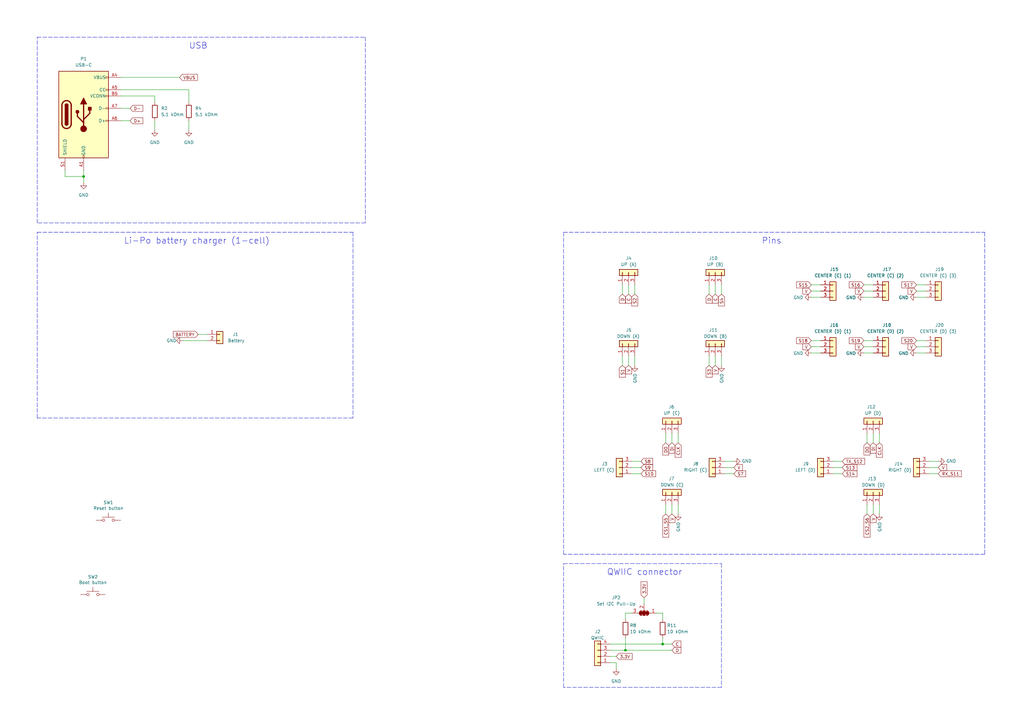
<source format=kicad_sch>
(kicad_sch (version 20211123) (generator eeschema)
  (paper "A3")
  (title_block (title "PRODUCT NAME"))
  (lib_symbols
    (symbol "Connector:USB_C_Plug_USB2.0" (pin_names (offset 1.016))
      (property "Reference" "P" (at -10.16 19.05 0))
      (property "Value" "USB_C_Plug_USB2.0" (at 12.7 19.05 0))
      (symbol "USB_C_Plug_USB2.0_0_0"
        (rectangle (start -0.254 -17.78) (end 0.254 -16.764))
        (rectangle (start 10.16 -2.286) (end 9.144 -2.794))
        (rectangle (start 10.16 2.794) (end 9.144 2.286))
        (rectangle (start 10.16 7.874) (end 9.144 7.366))
        (rectangle (start 10.16 10.414) (end 9.144 9.906))
        (rectangle (start 10.16 15.494) (end 9.144 14.986))
      )
      (symbol "USB_C_Plug_USB2.0_0_1"
        (rectangle (start -10.16 17.78) (end 10.16 -17.78) (stroke (width 0.254)) (fill (type background)))
        (arc (start -8.89 -3.81) (mid -6.985 -5.715) (end -5.08 -3.81) (stroke (width 0.508)))
        (arc (start -7.62 -3.81) (mid -6.985 -4.445) (end -6.35 -3.81) (stroke (width 0.254)))
        (arc (start -7.62 -3.81) (mid -6.985 -4.445) (end -6.35 -3.81) (stroke (width 0.254)) (fill (type outline)))
        (rectangle (start -7.62 -3.81) (end -6.35 3.81) (stroke (width 0.254)) (fill (type outline)))
        (arc (start -6.35 3.81) (mid -6.985 4.445) (end -7.62 3.81) (stroke (width 0.254)))
        (arc (start -6.35 3.81) (mid -6.985 4.445) (end -7.62 3.81) (stroke (width 0.254)) (fill (type outline)))
        (arc (start -5.08 3.81) (mid -6.985 5.715) (end -8.89 3.81) (stroke (width 0.508)))
        (circle (center -2.54 1.143) (radius 0.635) (stroke (width 0.254)) (fill (type outline)))
        (circle (center 0 -5.842) (radius 1.27) (fill (type outline)))
        (polyline (pts (xy -8.89 -3.81) (xy -8.89 3.81)) (stroke (width 0.508)))
        (polyline (pts (xy -5.08 3.81) (xy -5.08 -3.81)) (stroke (width 0.508)))
        (polyline (pts (xy 0 -5.842) (xy 0 4.318)) (stroke (width 0.508)))
        (polyline (pts (xy 0 -3.302) (xy -2.54 -0.762) (xy -2.54 0.508)) (stroke (width 0.508)))
        (polyline (pts (xy 0 -2.032) (xy 2.54 0.508) (xy 2.54 1.778)) (stroke (width 0.508)))
        (polyline (pts (xy -1.27 4.318) (xy 0 6.858) (xy 1.27 4.318) (xy -1.27 4.318)) (stroke (width 0.254)) (fill (type outline)))
        (rectangle (start 1.905 1.778) (end 3.175 3.048) (stroke (width 0.254)) (fill (type outline)))
      )
      (symbol "USB_C_Plug_USB2.0_1_1"
        (pin passive line (at 0 -22.86 90) (length 5.08) (name "GND") (number "A1"))
        (pin passive line (at 0 -22.86 90) (length 5.08) hide (name "GND") (number "A12"))
        (pin passive line (at 15.24 15.24 180) (length 5.08) (name "VBUS") (number "A4"))
        (pin bidirectional line (at 15.24 10.16 180) (length 5.08) (name "CC") (number "A5"))
        (pin bidirectional line (at 15.24 -2.54 180) (length 5.08) (name "D+") (number "A6"))
        (pin bidirectional line (at 15.24 2.54 180) (length 5.08) (name "D-") (number "A7"))
        (pin passive line (at 15.24 15.24 180) (length 5.08) hide (name "VBUS") (number "A9"))
        (pin passive line (at 0 -22.86 90) (length 5.08) hide (name "GND") (number "B1"))
        (pin passive line (at 0 -22.86 90) (length 5.08) hide (name "GND") (number "B12"))
        (pin passive line (at 15.24 15.24 180) (length 5.08) hide (name "VBUS") (number "B4"))
        (pin bidirectional line (at 15.24 7.62 180) (length 5.08) (name "VCONN") (number "B5"))
        (pin passive line (at 15.24 15.24 180) (length 5.08) hide (name "VBUS") (number "B9"))
        (pin passive line (at -7.62 -22.86 90) (length 5.08) (name "SHIELD") (number "S1"))
      )
    )
    (symbol "Connector_Generic:Conn_01x02" (pin_names (offset 1.016) hide)
      (property "Reference" "J" (at 0 2.54 0))
      (property "Value" "Conn_01x02" (at 0 -5.08 0))
      (symbol "Conn_01x02_1_1"
        (rectangle (start -1.27 -2.413) (end 0 -2.667) (stroke (width 0.1524)))
        (rectangle (start -1.27 0.127) (end 0 -0.127) (stroke (width 0.1524)))
        (rectangle (start -1.27 1.27) (end 1.27 -3.81) (stroke (width 0.254)) (fill (type background)))
        (pin passive line (at -5.08 0 0) (length 3.81) (name "Pin_1") (number "1"))
        (pin passive line (at -5.08 -2.54 0) (length 3.81) (name "Pin_2") (number "2"))
      )
    )
    (symbol "Connector_Generic:Conn_01x03" (pin_names (offset 1.016) hide)
      (property "Reference" "J" (at 0 5.08 0))
      (property "Value" "Conn_01x03" (at 0 -5.08 0))
      (symbol "Conn_01x03_1_1"
        (rectangle (start -1.27 -2.413) (end 0 -2.667) (stroke (width 0.1524)))
        (rectangle (start -1.27 0.127) (end 0 -0.127) (stroke (width 0.1524)))
        (rectangle (start -1.27 2.667) (end 0 2.413) (stroke (width 0.1524)))
        (rectangle (start -1.27 3.81) (end 1.27 -3.81) (stroke (width 0.254)) (fill (type background)))
        (pin passive line (at -5.08 2.54 0) (length 3.81) (name "Pin_1") (number "1"))
        (pin passive line (at -5.08 0 0) (length 3.81) (name "Pin_2") (number "2"))
        (pin passive line (at -5.08 -2.54 0) (length 3.81) (name "Pin_3") (number "3"))
      )
    )
    (symbol "Connector_Generic:Conn_01x04" (pin_names (offset 1.016) hide)
      (property "Reference" "J" (at 0 5.08 0))
      (property "Value" "Conn_01x04" (at 0 -7.62 0))
      (symbol "Conn_01x04_1_1"
        (rectangle (start -1.27 -4.953) (end 0 -5.207) (stroke (width 0.1524)))
        (rectangle (start -1.27 -2.413) (end 0 -2.667) (stroke (width 0.1524)))
        (rectangle (start -1.27 0.127) (end 0 -0.127) (stroke (width 0.1524)))
        (rectangle (start -1.27 2.667) (end 0 2.413) (stroke (width 0.1524)))
        (rectangle (start -1.27 3.81) (end 1.27 -6.35) (stroke (width 0.254)) (fill (type background)))
        (pin passive line (at -5.08 2.54 0) (length 3.81) (name "Pin_1") (number "1"))
        (pin passive line (at -5.08 0 0) (length 3.81) (name "Pin_2") (number "2"))
        (pin passive line (at -5.08 -2.54 0) (length 3.81) (name "Pin_3") (number "3"))
        (pin passive line (at -5.08 -5.08 0) (length 3.81) (name "Pin_4") (number "4"))
      )
    )
    (symbol "Device:R" (pin_numbers hide) (pin_names (offset 0))
      (property "Reference" "R" (at 2.032 0 90))
      (property "Value" "R" (at 0 0 90))
      (symbol "R_0_1"
        (rectangle (start -1.016 -2.54) (end 1.016 2.54) (stroke (width 0.254)))
      )
      (symbol "R_1_1"
        (pin passive line (at 0 3.81 270) (length 1.27) (name "~") (number "1"))
        (pin passive line (at 0 -3.81 90) (length 1.27) (name "~") (number "2"))
      )
    )
    (symbol "Jumper:SolderJumper_3_Bridged123" (pin_names (offset 0) hide)
      (property "Reference" "JP" (at -2.54 -2.54 0))
      (property "Value" "SolderJumper_3_Bridged123" (at 0 2.794 0))
      (symbol "SolderJumper_3_Bridged123_0_1"
        (rectangle (start -1.016 0.508) (end -0.508 -0.508) (fill (type outline)))
        (arc (start -1.016 1.016) (mid -2.032 0) (end -1.016 -1.016))
        (arc (start -1.016 1.016) (mid -2.032 0) (end -1.016 -1.016) (fill (type outline)))
        (rectangle (start -0.508 1.016) (end 0.508 -1.016) (fill (type outline)))
        (polyline (pts (xy -2.54 0) (xy -2.032 0)))
        (polyline (pts (xy -1.016 1.016) (xy -1.016 -1.016)))
        (polyline (pts (xy 0 -1.27) (xy 0 -1.016)))
        (polyline (pts (xy 1.016 1.016) (xy 1.016 -1.016)))
        (polyline (pts (xy 2.54 0) (xy 2.032 0)))
        (rectangle (start 0.508 0.508) (end 1.016 -0.508) (fill (type outline)))
        (arc (start 1.016 -1.016) (mid 2.032 0) (end 1.016 1.016))
        (arc (start 1.016 -1.016) (mid 2.032 0) (end 1.016 1.016) (fill (type outline)))
      )
      (symbol "SolderJumper_3_Bridged123_1_1"
        (pin passive line (at -5.08 0 0) (length 2.54) (name "A") (number "1"))
        (pin passive line (at 0 -3.81 90) (length 2.54) (name "C") (number "2"))
        (pin passive line (at 5.08 0 180) (length 2.54) (name "B") (number "3"))
      )
    )
    (symbol "Switch:SW_Push" (pin_numbers hide) (pin_names (offset 1.016) hide)
      (property "Reference" "SW" (at 1.27 2.54 0))
      (property "Value" "SW_Push" (at 0 -1.524 0))
      (symbol "SW_Push_0_1"
        (circle (center -2.032 0) (radius 0.508))
        (polyline (pts (xy 0 1.27) (xy 0 3.048)))
        (polyline (pts (xy 2.54 1.27) (xy -2.54 1.27)))
        (circle (center 2.032 0) (radius 0.508))
        (pin passive line (at -5.08 0 0) (length 2.54) (name "1") (number "1"))
        (pin passive line (at 5.08 0 180) (length 2.54) (name "2") (number "2"))
      )
    )
    (symbol "power:GND" (power) (pin_names (offset 0))
      (property "Value" "GND" (at 0 -3.81 0))
      (symbol "GND_0_1"
        (polyline (pts (xy 0 0) (xy 0 -1.27) (xy 1.27 -1.27) (xy 0 -2.54) (xy -1.27 -1.27) (xy 0 -1.27)))
      )
      (symbol "GND_1_1"
        (pin power_in line (at 0 0 270) (length 0) hide (name "GND") (number "1"))
      )
    )
  )
  (junction (at 256.54 266.7))
  (junction (at 34.29 72.39))
  (junction (at 271.78 264.16))
  (wire (pts (xy 273.05 210.82) (xy 273.05 207.01)))
  (wire (pts (xy 295.91 149.86) (xy 295.91 146.05)))
  (polyline (pts (xy 15.24 91.44) (xy 15.24 15.24)))
  (wire (pts (xy 354.33 139.7) (xy 358.14 139.7)))
  (wire (pts (xy 260.35 120.65) (xy 260.35 116.84)))
  (wire (pts (xy 256.54 266.7) (xy 275.59 266.7)))
  (wire (pts (xy 354.33 142.24) (xy 358.14 142.24)))
  (wire (pts (xy 375.92 121.92) (xy 379.73 121.92)))
  (wire (pts (xy 332.74 142.24) (xy 336.55 142.24)))
  (wire (pts (xy 384.81 194.31) (xy 381 194.31)))
  (wire (pts (xy 345.44 191.77) (xy 341.63 191.77)))
  (polyline (pts (xy 295.91 281.94) (xy 231.14 281.94)))
  (wire (pts (xy 269.24 251.46) (xy 271.78 251.46)))
  (wire (pts (xy 264.16 245.11) (xy 264.16 247.65)))
  (wire (pts (xy 332.74 119.38) (xy 336.55 119.38)))
  (wire (pts (xy 293.37 120.65) (xy 293.37 116.84)))
  (wire (pts (xy 355.6 210.82) (xy 355.6 207.01)))
  (wire (pts (xy 63.5 49.53) (xy 63.5 53.34)))
  (wire (pts (xy 358.14 210.82) (xy 358.14 207.01)))
  (wire (pts (xy 34.29 69.85) (xy 34.29 72.39)))
  (wire (pts (xy 262.89 194.31) (xy 259.08 194.31)))
  (wire (pts (xy 271.78 251.46) (xy 271.78 254)))
  (wire (pts (xy 250.19 264.16) (xy 271.78 264.16)))
  (wire (pts (xy 375.92 144.78) (xy 379.73 144.78)))
  (wire (pts (xy 77.47 36.83) (xy 77.47 41.91)))
  (wire (pts (xy 271.78 264.16) (xy 275.59 264.16)))
  (wire (pts (xy 252.73 271.78) (xy 252.73 274.32)))
  (wire (pts (xy 375.92 119.38) (xy 379.73 119.38)))
  (wire (pts (xy 354.33 119.38) (xy 358.14 119.38)))
  (wire (pts (xy 74.93 139.7) (xy 85.09 139.7)))
  (polyline (pts (xy 403.86 227.33) (xy 231.14 227.33)))
  (wire (pts (xy 360.68 181.61) (xy 360.68 177.8)))
  (wire (pts (xy 81.28 137.16) (xy 85.09 137.16)))
  (wire (pts (xy 300.99 191.77) (xy 297.18 191.77)))
  (wire (pts (xy 355.6 181.61) (xy 355.6 177.8)))
  (wire (pts (xy 384.81 191.77) (xy 381 191.77)))
  (wire (pts (xy 345.44 189.23) (xy 341.63 189.23)))
  (wire (pts (xy 354.33 121.92) (xy 358.14 121.92)))
  (wire (pts (xy 49.53 31.75) (xy 73.66 31.75)))
  (wire (pts (xy 250.19 266.7) (xy 256.54 266.7)))
  (wire (pts (xy 332.74 144.78) (xy 336.55 144.78)))
  (wire (pts (xy 255.27 120.65) (xy 255.27 116.84)))
  (polyline (pts (xy 149.86 15.24) (xy 149.86 91.44)))
  (wire (pts (xy 255.27 149.86) (xy 255.27 146.05)))
  (wire (pts (xy 77.47 49.53) (xy 77.47 53.34)))
  (wire (pts (xy 271.78 261.62) (xy 271.78 264.16)))
  (wire (pts (xy 360.68 210.82) (xy 360.68 207.01)))
  (wire (pts (xy 278.13 210.82) (xy 278.13 207.01)))
  (polyline (pts (xy 49.53 95.25) (xy 144.78 95.25)))
  (wire (pts (xy 354.33 144.78) (xy 358.14 144.78)))
  (wire (pts (xy 375.92 139.7) (xy 379.73 139.7)))
  (wire (pts (xy 332.74 121.92) (xy 336.55 121.92)))
  (polyline (pts (xy 15.24 15.24) (xy 149.86 15.24)))
  (wire (pts (xy 250.19 271.78) (xy 252.73 271.78)))
  (wire (pts (xy 275.59 210.82) (xy 275.59 207.01)))
  (wire (pts (xy 354.33 116.84) (xy 358.14 116.84)))
  (wire (pts (xy 26.67 72.39) (xy 34.29 72.39)))
  (polyline (pts (xy 231.14 231.14) (xy 295.91 231.14)))
  (wire (pts (xy 49.53 36.83) (xy 77.47 36.83)))
  (polyline (pts (xy 149.86 91.44) (xy 15.24 91.44)))
  (wire (pts (xy 358.14 181.61) (xy 358.14 177.8)))
  (wire (pts (xy 49.53 39.37) (xy 63.5 39.37)))
  (wire (pts (xy 275.59 181.61) (xy 275.59 177.8)))
  (polyline (pts (xy 403.86 95.25) (xy 403.86 227.33)))
  (wire (pts (xy 262.89 189.23) (xy 259.08 189.23)))
  (wire (pts (xy 295.91 120.65) (xy 295.91 116.84)))
  (wire (pts (xy 300.99 189.23) (xy 297.18 189.23)))
  (polyline (pts (xy 15.24 171.45) (xy 15.24 95.25)))
  (wire (pts (xy 26.67 69.85) (xy 26.67 72.39)))
  (wire (pts (xy 34.29 72.39) (xy 34.29 74.93)))
  (wire (pts (xy 250.19 269.24) (xy 252.73 269.24)))
  (wire (pts (xy 375.92 116.84) (xy 379.73 116.84)))
  (wire (pts (xy 300.99 194.31) (xy 297.18 194.31)))
  (wire (pts (xy 293.37 149.86) (xy 293.37 146.05)))
  (wire (pts (xy 260.35 149.86) (xy 260.35 146.05)))
  (wire (pts (xy 257.81 149.86) (xy 257.81 146.05)))
  (wire (pts (xy 273.05 181.61) (xy 273.05 177.8)))
  (polyline (pts (xy 295.91 231.14) (xy 295.91 281.94)))
  (wire (pts (xy 290.83 149.86) (xy 290.83 146.05)))
  (wire (pts (xy 278.13 181.61) (xy 278.13 177.8)))
  (wire (pts (xy 63.5 39.37) (xy 63.5 41.91)))
  (wire (pts (xy 49.53 49.53) (xy 53.34 49.53)))
  (wire (pts (xy 345.44 194.31) (xy 341.63 194.31)))
  (polyline (pts (xy 231.14 227.33) (xy 231.14 95.25)))
  (polyline (pts (xy 231.14 281.94) (xy 231.14 231.14)))
  (polyline (pts (xy 231.14 95.25) (xy 403.86 95.25)))
  (polyline (pts (xy 144.78 171.45) (xy 15.24 171.45)))
  (polyline (pts (xy 15.24 95.25) (xy 49.53 95.25)))
  (wire (pts (xy 256.54 251.46) (xy 256.54 254)))
  (wire (pts (xy 262.89 191.77) (xy 259.08 191.77)))
  (wire (pts (xy 375.92 142.24) (xy 379.73 142.24)))
  (wire (pts (xy 259.08 251.46) (xy 256.54 251.46)))
  (polyline (pts (xy 144.78 95.25) (xy 144.78 171.45)))
  (wire (pts (xy 332.74 116.84) (xy 336.55 116.84)))
  (wire (pts (xy 257.81 120.65) (xy 257.81 116.84)))
  (wire (pts (xy 290.83 120.65) (xy 290.83 116.84)))
  (wire (pts (xy 384.81 189.23) (xy 381 189.23)))
  (wire (pts (xy 332.74 139.7) (xy 336.55 139.7)))
  (wire (pts (xy 256.54 261.62) (xy 256.54 266.7)))
  (wire (pts (xy 49.53 44.45) (xy 53.34 44.45)))
  (text "Pins" (at 312.42 100.33 0) (effects (font (size 2.5 2.5)) (justify left bottom)))
  (text "QWIIC connector" (at 248.92 236.22 0) (effects (font (size 2.5 2.5)) (justify left bottom)))
  (text "USB" (at 77.47 20.32 0) (effects (font (size 2.5 2.5)) (justify left bottom)))
  (text "Li-Po battery charger (1-cell)" (at 50.8 100.33 0) (effects (font (size 2.5 2.5)) (justify left bottom)))
  (global_label "V" (shape input) (at 332.74 142.24 180) (property "Обозначения листов" "${INTERSHEET_REFS}" (effects hide)))
  (global_label "S1" (shape input) (at 255.27 149.86 270) (property "Обозначения листов" "${INTERSHEET_REFS}" (effects hide)))
  (global_label "S17" (shape input) (at 375.92 116.84 180) (property "Обозначения листов" "${INTERSHEET_REFS}" (effects hide)))
  (global_label "RX_S11" (shape input) (at 384.81 194.31 0) (property "Обозначения листов" "${INTERSHEET_REFS}" (effects hide)))
  (global_label "S2" (shape input) (at 260.35 120.65 270) (property "Обозначения листов" "${INTERSHEET_REFS}" (effects hide)))
  (global_label "S20" (shape input) (at 375.92 139.7 180) (property "Обозначения листов" "${INTERSHEET_REFS}" (effects hide)))
  (global_label "CS2_S6" (shape input) (at 355.6 210.82 270) (property "Обозначения листов" "${INTERSHEET_REFS}" (effects hide)))
  (global_label "S16" (shape input) (at 354.33 116.84 180) (property "Обозначения листов" "${INTERSHEET_REFS}" (effects hide)))
  (global_label "S8" (shape input) (at 262.89 189.23 0) (property "Обозначения листов" "${INTERSHEET_REFS}" (effects hide)))
  (global_label "VBUS" (shape input) (at 73.66 31.75 0) (property "Обозначения листов" "${INTERSHEET_REFS}" (effects hide)))
  (global_label "S3" (shape input) (at 290.83 149.86 270) (property "Обозначения листов" "${INTERSHEET_REFS}" (effects hide)))
  (global_label "V" (shape input) (at 354.33 119.38 180) (property "Обозначения листов" "${INTERSHEET_REFS}" (effects hide)))
  (global_label "CS1_S5" (shape input) (at 273.05 210.82 270) (property "Обозначения листов" "${INTERSHEET_REFS}" (effects hide)))
  (global_label "3.3V" (shape input) (at 252.73 269.24 0) (property "Обозначения листов" "${INTERSHEET_REFS}" (effects hide)))
  (global_label "D+" (shape input) (at 53.34 49.53 0) (property "Обозначения листов" "${INTERSHEET_REFS}" (effects hide)))
  (global_label "S4" (shape input) (at 295.91 120.65 270) (property "Обозначения листов" "${INTERSHEET_REFS}" (effects hide)))
  (global_label "S13" (shape input) (at 345.44 191.77 0) (property "Обозначения листов" "${INTERSHEET_REFS}" (effects hide)))
  (global_label "DO" (shape input) (at 273.05 181.61 270) (property "Обозначения листов" "${INTERSHEET_REFS}" (effects hide)))
  (global_label "S10" (shape input) (at 262.89 194.31 0) (property "Обозначения листов" "${INTERSHEET_REFS}" (effects hide)))
  (global_label "V" (shape input) (at 375.92 119.38 180) (property "Обозначения листов" "${INTERSHEET_REFS}" (effects hide)))
  (global_label "V" (shape input) (at 293.37 149.86 270) (property "Обозначения листов" "${INTERSHEET_REFS}" (effects hide)))
  (global_label "D" (shape input) (at 290.83 120.65 270) (property "Обозначения листов" "${INTERSHEET_REFS}" (effects hide)))
  (global_label "DO" (shape input) (at 355.6 181.61 270) (property "Обозначения листов" "${INTERSHEET_REFS}" (effects hide)))
  (global_label "V" (shape input) (at 275.59 210.82 270) (property "Обозначения листов" "${INTERSHEET_REFS}" (effects hide)))
  (global_label "V" (shape input) (at 257.81 149.86 270) (property "Обозначения листов" "${INTERSHEET_REFS}" (effects hide)))
  (global_label "D" (shape input) (at 255.27 120.65 270) (property "Обозначения листов" "${INTERSHEET_REFS}" (effects hide)))
  (global_label "CLK" (shape input) (at 360.68 181.61 270) (property "Обозначения листов" "${INTERSHEET_REFS}" (effects hide)))
  (global_label "BATTERY" (shape input) (at 81.28 137.16 180) (property "Обозначения листов" "${INTERSHEET_REFS}" (effects hide)))
  (global_label "3.3V" (shape input) (at 264.16 245.11 90) (property "Обозначения листов" "${INTERSHEET_REFS}" (effects hide)))
  (global_label "S18" (shape input) (at 332.74 139.7 180) (property "Обозначения листов" "${INTERSHEET_REFS}" (effects hide)))
  (global_label "V" (shape input) (at 384.81 191.77 0) (property "Обозначения листов" "${INTERSHEET_REFS}" (effects hide)))
  (global_label "CLK" (shape input) (at 278.13 181.61 270) (property "Обозначения листов" "${INTERSHEET_REFS}" (effects hide)))
  (global_label "TX_S12" (shape input) (at 345.44 189.23 0) (property "Обозначения листов" "${INTERSHEET_REFS}" (effects hide)))
  (global_label "S9" (shape input) (at 262.89 191.77 0) (property "Обозначения листов" "${INTERSHEET_REFS}" (effects hide)))
  (global_label "DI" (shape input) (at 358.14 181.61 270) (property "Обозначения листов" "${INTERSHEET_REFS}" (effects hide)))
  (global_label "S14" (shape input) (at 345.44 194.31 0) (property "Обозначения листов" "${INTERSHEET_REFS}" (effects hide)))
  (global_label "V" (shape input) (at 354.33 142.24 180) (property "Обозначения листов" "${INTERSHEET_REFS}" (effects hide)))
  (global_label "S19" (shape input) (at 354.33 139.7 180) (property "Обозначения листов" "${INTERSHEET_REFS}" (effects hide)))
  (global_label "C" (shape input) (at 293.37 120.65 270) (property "Обозначения листов" "${INTERSHEET_REFS}" (effects hide)))
  (global_label "C" (shape input) (at 275.59 264.16 0) (property "Обозначения листов" "${INTERSHEET_REFS}" (effects hide)))
  (global_label "S7" (shape input) (at 300.99 194.31 0) (property "Обозначения листов" "${INTERSHEET_REFS}" (effects hide)))
  (global_label "V" (shape input) (at 375.92 142.24 180) (property "Обозначения листов" "${INTERSHEET_REFS}" (effects hide)))
  (global_label "D-" (shape input) (at 53.34 44.45 0) (property "Обозначения листов" "${INTERSHEET_REFS}" (effects hide)))
  (global_label "D" (shape input) (at 275.59 266.7 0) (property "Обозначения листов" "${INTERSHEET_REFS}" (effects hide)))
  (global_label "V" (shape input) (at 358.14 210.82 270) (property "Обозначения листов" "${INTERSHEET_REFS}" (effects hide)))
  (global_label "DI" (shape input) (at 275.59 181.61 270) (property "Обозначения листов" "${INTERSHEET_REFS}" (effects hide)))
  (global_label "S15" (shape input) (at 332.74 116.84 180) (property "Обозначения листов" "${INTERSHEET_REFS}" (effects hide)))
  (global_label "V" (shape input) (at 300.99 191.77 0) (property "Обозначения листов" "${INTERSHEET_REFS}" (effects hide)))
  (global_label "V" (shape input) (at 332.74 119.38 180) (property "Обозначения листов" "${INTERSHEET_REFS}" (effects hide)))
  (global_label "C" (shape input) (at 257.81 120.65 270) (property "Обозначения листов" "${INTERSHEET_REFS}" (effects hide)))
  (symbol (lib_id "Connector_Generic:Conn_01x03") (at 257.81 111.76 90) (unit 1)
    (property "Reference" "J4" (at 259.08 105.918 90) (effects (justify left)))
    (property "Value" "UP (A)" (at 261.112 108.4834 90) (effects (justify left)))
    (property "Footprint" "Connector_PinSocket_2.54mm:PinSocket_1x03_P2.54mm_Vertical" (effects hide))
    (property "Footprint" "Connector_PinSocket_2.54mm:PinSocket_1x03_P2.54mm_Vertical" (effects hide))
    (property "Reference" "J4" (effects hide))
    (property "Value" "UP (A)" (effects hide))
  )
  (symbol (lib_id "Connector_Generic:Conn_01x03") (at 257.81 140.97 90) (unit 1)
    (property "Reference" "J5" (at 259.08 135.382 90) (effects (justify left)))
    (property "Value" "DOWN (A)" (at 262.382 137.922 90) (effects (justify left)))
    (property "Footprint" "Connector_PinSocket_2.54mm:PinSocket_1x03_P2.54mm_Vertical" (effects hide))
    (property "Footprint" "Connector_PinSocket_2.54mm:PinSocket_1x03_P2.54mm_Vertical" (effects hide))
    (property "Reference" "J5" (effects hide))
    (property "Value" "DOWN (A)" (effects hide))
  )
  (symbol (lib_id "Connector_Generic:Conn_01x03") (at 293.37 111.76 90) (unit 1)
    (property "Reference" "J10" (at 294.386 105.918 90) (effects (justify left)))
    (property "Value" "UP (B)" (at 296.672 108.458 90) (effects (justify left)))
    (property "Footprint" "Connector_PinSocket_2.54mm:PinSocket_1x03_P2.54mm_Vertical" (effects hide))
    (property "Footprint" "Connector_PinSocket_2.54mm:PinSocket_1x03_P2.54mm_Vertical" (effects hide))
    (property "Reference" "J10" (effects hide))
    (property "Value" "UP (B)" (effects hide))
  )
  (symbol (lib_id "Connector_Generic:Conn_01x03") (at 293.37 140.97 90) (unit 1)
    (property "Reference" "J11" (at 294.386 135.382 90) (effects (justify left)))
    (property "Value" "DOWN (B)" (at 298.196 137.922 90) (effects (justify left)))
    (property "Footprint" "Connector_PinSocket_2.54mm:PinSocket_1x03_P2.54mm_Vertical" (effects hide))
    (property "Footprint" "Connector_PinSocket_2.54mm:PinSocket_1x03_P2.54mm_Vertical" (effects hide))
    (property "Reference" "J11" (effects hide))
    (property "Value" "DOWN (B)" (effects hide))
  )
  (symbol (lib_id "Switch:SW_Push") (at 44.45 213.36 0) (mirror y) (unit 1)
    (property "Reference" "SW1" (at 44.45 206.121 0))
    (property "Value" "Reset button" (at 44.45 208.4324 0))
    (property "Footprint" "TS-1093A-A3B2-D2:KEY-TH_4P-L7.1-W5.0-P4.50-LS2.5" (effects hide))
    (property "Footprint" "TS-1093A-A3B2-D2:KEY-TH_4P-L7.1-W5.0-P4.50-LS2.5" (effects hide))
    (property "Reference" "SW1" (effects hide))
    (property "Value" "Reset button" (effects hide))
  )
  (symbol (lib_id "power:GND") (at 295.91 149.86 0) (unit 1)
    (property "Reference" "#PWR036" (effects hide))
    (property "Value" "GND" (at 296.037 153.1112 90) (effects (justify right)))
  )
  (symbol (lib_id "power:GND") (at 260.35 149.86 0) (unit 1)
    (property "Reference" "#PWR029" (effects hide))
    (property "Value" "GND" (at 260.477 153.1112 90) (effects (justify right)))
  )
  (symbol (lib_id "power:GND") (at 278.13 210.82 0) (unit 1)
    (property "Reference" "#PWR030" (effects hide))
    (property "Value" "GND" (at 278.257 214.0712 90) (effects (justify right)))
  )
  (symbol (lib_id "power:GND") (at 332.74 144.78 270) (unit 1)
    (property "Reference" "#PWR040" (effects hide))
    (property "Value" "GND" (at 329.4888 144.907 90) (effects (justify right)))
  )
  (symbol (lib_id "power:GND") (at 354.33 144.78 270) (unit 1)
    (property "Reference" "#PWR042" (effects hide))
    (property "Value" "GND" (at 351.0788 144.907 90) (effects (justify right)))
  )
  (symbol (lib_id "Connector_Generic:Conn_01x03") (at 341.63 142.24 0) (unit 1)
    (property "Reference" "J16" (at 340.36 133.35 0) (effects (justify left)))
    (property "Value" "CENTER (D) (1)" (at 334.01 135.89 0) (effects (justify left)))
    (property "Footprint" "Connector_PinHeader_2.54mm:PinHeader_1x03_P2.54mm_Vertical" (effects hide))
    (property "Reference" "J16" (effects hide))
    (property "Value" "CENTER (D) (1)" (effects hide))
    (property "Footprint" "Connector_PinHeader_2.54mm:PinHeader_1x03_P2.54mm_Vertical" (effects hide))
  )
  (symbol (lib_id "power:GND") (at 384.81 189.23 90) (unit 1)
    (property "Reference" "#PWR038" (effects hide))
    (property "Value" "GND" (at 388.0612 189.103 90) (effects (justify right)))
  )
  (symbol (lib_id "Connector_Generic:Conn_01x03") (at 384.81 142.24 0) (unit 1)
    (property "Reference" "J20" (at 383.54 133.35 0) (effects (justify left)))
    (property "Value" "CENTER (D) (3)" (at 377.19 135.89 0) (effects (justify left)))
    (property "Footprint" "Connector_PinHeader_2.54mm:PinHeader_1x03_P2.54mm_Vertical" (effects hide))
    (property "Reference" "J20" (effects hide))
    (property "Value" "CENTER (D) (3)" (effects hide))
    (property "Footprint" "Connector_PinHeader_2.54mm:PinHeader_1x03_P2.54mm_Vertical" (effects hide))
  )
  (symbol (lib_id "Connector_Generic:Conn_01x02") (at 90.17 137.16 0) (unit 1)
    (property "Reference" "J1" (at 97.79 137.16 0) (effects (justify right)))
    (property "Value" "Battery" (at 100.33 139.7 0) (effects (justify right)))
    (property "Footprint" "Connector_JST:JST_PH_S2B-PH-SM4-TB_1x02-1MP_P2.00mm_Horizontal" (effects hide))
  )
  (symbol (lib_id "Connector_Generic:Conn_01x03") (at 292.1 191.77 180) (unit 1)
    (property "Reference" "J8" (at 286.512 190.246 0) (effects (justify left)))
    (property "Value" "RIGHT (C)" (at 290.068 192.786 0) (effects (justify left)))
    (property "Footprint" "Connector_PinSocket_2.54mm:PinSocket_1x03_P2.54mm_Vertical" (effects hide))
    (property "Footprint" "Connector_PinSocket_2.54mm:PinSocket_1x03_P2.54mm_Vertical" (effects hide))
    (property "Reference" "J8" (effects hide))
    (property "Value" "RIGHT (C)" (effects hide))
  )
  (symbol (lib_id "power:GND") (at 332.74 121.92 270) (unit 1)
    (property "Reference" "#PWR039" (effects hide))
    (property "Value" "GND" (at 329.4888 122.047 90) (effects (justify right)))
  )
  (symbol (lib_id "Device:R") (at 271.78 257.81 0) (unit 1)
    (property "Reference" "R11" (at 273.558 256.5399 0) (effects (justify left)))
    (property "Value" "10 kOhm" (at 273.558 259.0799 0) (effects (justify left)))
    (property "Footprint" "Resistor_SMD:R_0402_1005Metric" (effects hide))
  )
  (symbol (lib_id "Connector_Generic:Conn_01x03") (at 275.59 172.72 90) (unit 1)
    (property "Reference" "J6" (at 276.606 166.878 90) (effects (justify left)))
    (property "Value" "UP (C)" (at 278.892 169.418 90) (effects (justify left)))
    (property "Footprint" "Connector_PinSocket_2.54mm:PinSocket_1x03_P2.54mm_Vertical" (effects hide))
    (property "Footprint" "Connector_PinSocket_2.54mm:PinSocket_1x03_P2.54mm_Vertical" (effects hide))
    (property "Reference" "J6" (effects hide))
    (property "Value" "UP (C)" (effects hide))
  )
  (symbol (lib_id "Connector_Generic:Conn_01x03") (at 275.59 201.93 90) (unit 1)
    (property "Reference" "J7" (at 276.606 196.342 90) (effects (justify left)))
    (property "Value" "DOWN (C)" (at 280.416 198.882 90) (effects (justify left)))
    (property "Footprint" "Connector_PinSocket_2.54mm:PinSocket_1x03_P2.54mm_Vertical" (effects hide))
    (property "Footprint" "Connector_PinSocket_2.54mm:PinSocket_1x03_P2.54mm_Vertical" (effects hide))
    (property "Reference" "J7" (effects hide))
    (property "Value" "DOWN (C)" (effects hide))
  )
  (symbol (lib_id "power:GND") (at 252.73 274.32 0) (unit 1)
    (property "Reference" "#PWR026" (effects hide))
    (property "Value" "GND" (at 252.73 279.4 0))
  )
  (symbol (lib_id "Device:R") (at 77.47 45.72 0) (unit 1)
    (property "Reference" "R4" (at 80.01 44.45 0) (effects (justify left)))
    (property "Value" "5.1 kOhm" (at 80.01 46.99 0) (effects (justify left)))
    (property "Footprint" "Resistor_SMD:R_0402_1005Metric" (effects hide))
  )
  (symbol (lib_id "Connector_Generic:Conn_01x03") (at 363.22 119.38 0) (unit 1)
    (property "Reference" "J17" (at 361.95 110.49 0) (effects (justify left)))
    (property "Value" "CENTER (C) (2)" (at 355.6 113.03 0) (effects (justify left)))
    (property "Footprint" "Connector_PinHeader_2.54mm:PinHeader_1x03_P2.54mm_Vertical" (effects hide))
    (property "Reference" "J17" (effects hide))
    (property "Value" "CENTER (C) (2)" (effects hide))
    (property "Footprint" "Connector_PinHeader_2.54mm:PinHeader_1x03_P2.54mm_Vertical" (effects hide))
  )
  (symbol (lib_id "Connector_Generic:Conn_01x03") (at 384.81 119.38 0) (unit 1)
    (property "Reference" "J19" (at 383.54 110.49 0) (effects (justify left)))
    (property "Value" "CENTER (C) (3)" (at 377.19 113.03 0) (effects (justify left)))
    (property "Footprint" "Connector_PinHeader_2.54mm:PinHeader_1x03_P2.54mm_Vertical" (effects hide))
    (property "Reference" "J19" (effects hide))
    (property "Value" "CENTER (C) (3)" (effects hide))
    (property "Footprint" "Connector_PinHeader_2.54mm:PinHeader_1x03_P2.54mm_Vertical" (effects hide))
  )
  (symbol (lib_id "Connector:USB_C_Plug_USB2.0") (at 34.29 46.99 0) (unit 1)
    (property "Reference" "P1" (at 34.29 24.13 0))
    (property "Value" "USB-C" (at 34.29 26.67 0))
    (property "Footprint" "TYPE-C16PIN:TYPE-C16PIN" (effects hide))
  )
  (symbol (lib_id "Device:R") (at 256.54 257.81 0) (unit 1)
    (property "Reference" "R8" (at 258.318 256.5399 0) (effects (justify left)))
    (property "Value" "10 kOhm" (at 258.318 259.0799 0) (effects (justify left)))
    (property "Footprint" "Resistor_SMD:R_0402_1005Metric" (effects hide))
  )
  (symbol (lib_id "Switch:SW_Push") (at 38.1 243.84 0) (mirror y) (unit 1)
    (property "Reference" "SW2" (at 38.1 236.601 0))
    (property "Value" "Boot button" (at 38.1 238.9124 0))
    (property "Footprint" "TS-1093A-A3B2-D2:KEY-TH_4P-L7.1-W5.0-P4.50-LS2.5" (effects hide))
    (property "Footprint" "TS-1093A-A3B2-D2:KEY-TH_4P-L7.1-W5.0-P4.50-LS2.5" (effects hide))
    (property "Reference" "SW2" (effects hide))
    (property "Value" "Boot button" (effects hide))
  )
  (symbol (lib_id "Connector_Generic:Conn_01x03") (at 363.22 142.24 0) (unit 1)
    (property "Reference" "J18" (at 361.95 133.35 0) (effects (justify left)))
    (property "Value" "CENTER (D) (2)" (at 355.6 135.89 0) (effects (justify left)))
    (property "Footprint" "Connector_PinHeader_2.54mm:PinHeader_1x03_P2.54mm_Vertical" (effects hide))
    (property "Reference" "J18" (effects hide))
    (property "Value" "CENTER (D) (2)" (effects hide))
    (property "Footprint" "Connector_PinHeader_2.54mm:PinHeader_1x03_P2.54mm_Vertical" (effects hide))
  )
  (symbol (lib_id "Connector_Generic:Conn_01x03") (at 358.14 201.93 90) (unit 1)
    (property "Reference" "J13" (at 359.41 196.342 90) (effects (justify left)))
    (property "Value" "DOWN (D)" (at 362.966 198.9074 90) (effects (justify left)))
    (property "Footprint" "Connector_PinSocket_2.54mm:PinSocket_1x03_P2.54mm_Vertical" (effects hide))
    (property "Footprint" "Connector_PinSocket_2.54mm:PinSocket_1x03_P2.54mm_Vertical" (effects hide))
    (property "Reference" "J13" (effects hide))
    (property "Value" "DOWN (D)" (effects hide))
  )
  (symbol (lib_id "Connector_Generic:Conn_01x04") (at 245.11 269.24 180) (unit 1)
    (property "Reference" "J2" (at 245.11 259.08 0))
    (property "Value" "QWIIC" (at 245.11 261.62 0))
    (property "Footprint" "qwiic:JST_SH_SM04B-SRSS-TB_1x04-1MP_P1.00mm_Horizontal" (effects hide))
  )
  (symbol (lib_id "power:GND") (at 375.92 144.78 270) (unit 1)
    (property "Reference" "#PWR044" (effects hide))
    (property "Value" "GND" (at 372.6688 144.907 90) (effects (justify right)))
  )
  (symbol (lib_id "power:GND") (at 74.93 139.7 270) (unit 1)
    (property "Reference" "#PWR014" (effects hide))
    (property "Value" "GND" (at 72.39 139.6999 90) (effects (justify right)))
  )
  (symbol (lib_id "Connector_Generic:Conn_01x03") (at 336.55 191.77 180) (unit 1)
    (property "Reference" "J9" (at 331.724 190.246 0) (effects (justify left)))
    (property "Value" "LEFT (D)" (at 334.518 192.786 0) (effects (justify left)))
    (property "Footprint" "Connector_PinSocket_2.54mm:PinSocket_1x03_P2.54mm_Vertical" (effects hide))
    (property "Footprint" "Connector_PinSocket_2.54mm:PinSocket_1x03_P2.54mm_Vertical" (effects hide))
    (property "Reference" "J9" (effects hide))
    (property "Value" "LEFT (D)" (effects hide))
  )
  (symbol (lib_id "power:GND") (at 360.68 210.82 0) (unit 1)
    (property "Reference" "#PWR037" (effects hide))
    (property "Value" "GND" (at 360.807 214.0712 90) (effects (justify right)))
  )
  (symbol (lib_id "power:GND") (at 77.47 53.34 0) (unit 1)
    (property "Reference" "#PWR011" (effects hide))
    (property "Value" "GND" (at 77.47 58.42 0))
  )
  (symbol (lib_id "power:GND") (at 300.99 189.23 90) (unit 1)
    (property "Reference" "#PWR033" (effects hide))
    (property "Value" "GND" (at 304.2412 189.103 90) (effects (justify right)))
  )
  (symbol (lib_id "power:GND") (at 354.33 121.92 270) (unit 1)
    (property "Reference" "#PWR041" (effects hide))
    (property "Value" "GND" (at 351.0788 122.047 90) (effects (justify right)))
  )
  (symbol (lib_id "Connector_Generic:Conn_01x03") (at 341.63 119.38 0) (unit 1)
    (property "Reference" "J15" (at 340.36 110.49 0) (effects (justify left)))
    (property "Value" "CENTER (C) (1)" (at 334.01 113.03 0) (effects (justify left)))
    (property "Footprint" "Connector_PinHeader_2.54mm:PinHeader_1x03_P2.54mm_Vertical" (effects hide))
    (property "Reference" "J15" (effects hide))
    (property "Value" "CENTER (C) (1)" (effects hide))
    (property "Footprint" "Connector_PinHeader_2.54mm:PinHeader_1x03_P2.54mm_Vertical" (effects hide))
  )
  (symbol (lib_id "Connector_Generic:Conn_01x03") (at 358.14 172.72 90) (unit 1)
    (property "Reference" "J12" (at 359.156 166.878 90) (effects (justify left)))
    (property "Value" "UP (D)" (at 361.442 169.4434 90) (effects (justify left)))
    (property "Footprint" "Connector_PinSocket_2.54mm:PinSocket_1x03_P2.54mm_Vertical" (effects hide))
    (property "Footprint" "Connector_PinSocket_2.54mm:PinSocket_1x03_P2.54mm_Vertical" (effects hide))
    (property "Reference" "J12" (effects hide))
    (property "Value" "UP (D)" (effects hide))
  )
  (symbol (lib_id "power:GND") (at 63.5 53.34 0) (unit 1)
    (property "Reference" "#PWR07" (effects hide))
    (property "Value" "GND" (at 63.5 58.42 0))
  )
  (symbol (lib_id "Device:R") (at 63.5 45.72 0) (unit 1)
    (property "Reference" "R2" (at 66.04 44.45 0) (effects (justify left)))
    (property "Value" "5.1 kOhm" (at 66.04 46.99 0) (effects (justify left)))
    (property "Footprint" "Resistor_SMD:R_0402_1005Metric" (effects hide))
  )
  (symbol (lib_id "Connector_Generic:Conn_01x03") (at 375.92 191.77 180) (unit 1)
    (property "Reference" "J14" (at 370.332 190.246 0) (effects (justify left)))
    (property "Value" "RIGHT (D)" (at 373.888 192.786 0) (effects (justify left)))
    (property "Footprint" "Connector_PinSocket_2.54mm:PinSocket_1x03_P2.54mm_Vertical" (effects hide))
    (property "Footprint" "Connector_PinSocket_2.54mm:PinSocket_1x03_P2.54mm_Vertical" (effects hide))
    (property "Reference" "J14" (effects hide))
    (property "Value" "RIGHT (D)" (effects hide))
  )
  (symbol (lib_id "Jumper:SolderJumper_3_Bridged123") (at 264.16 251.46 180) (unit 1) (in_bom no)
    (property "Reference" "JP2" (at 252.73 245.11 0))
    (property "Value" "Set I2C Pull-Up" (at 252.73 247.65 0))
    (property "Footprint" "Jumper_Fix:SolderJumper-3_P1.3mm_Bridged12_RoundedPad1.0x1.5mm_копия" (effects hide))
  )
  (symbol (lib_id "Connector_Generic:Conn_01x03") (at 254 191.77 180) (unit 1)
    (property "Reference" "J3" (at 249.174 190.246 0) (effects (justify left)))
    (property "Value" "LEFT (C)" (at 251.968 192.786 0) (effects (justify left)))
    (property "Footprint" "Connector_PinSocket_2.54mm:PinSocket_1x03_P2.54mm_Vertical" (effects hide))
    (property "Footprint" "Connector_PinSocket_2.54mm:PinSocket_1x03_P2.54mm_Vertical" (effects hide))
    (property "Reference" "J3" (effects hide))
    (property "Value" "LEFT (C)" (effects hide))
  )
  (symbol (lib_id "power:GND") (at 375.92 121.92 270) (unit 1)
    (property "Reference" "#PWR043" (effects hide))
    (property "Value" "GND" (at 372.6688 122.047 90) (effects (justify right)))
  )
  (symbol (lib_id "power:GND") (at 34.29 74.93 0) (unit 1)
    (property "Reference" "#PWR03" (effects hide))
    (property "Value" "GND" (at 34.29 80.01 0))
  )
)
</source>
